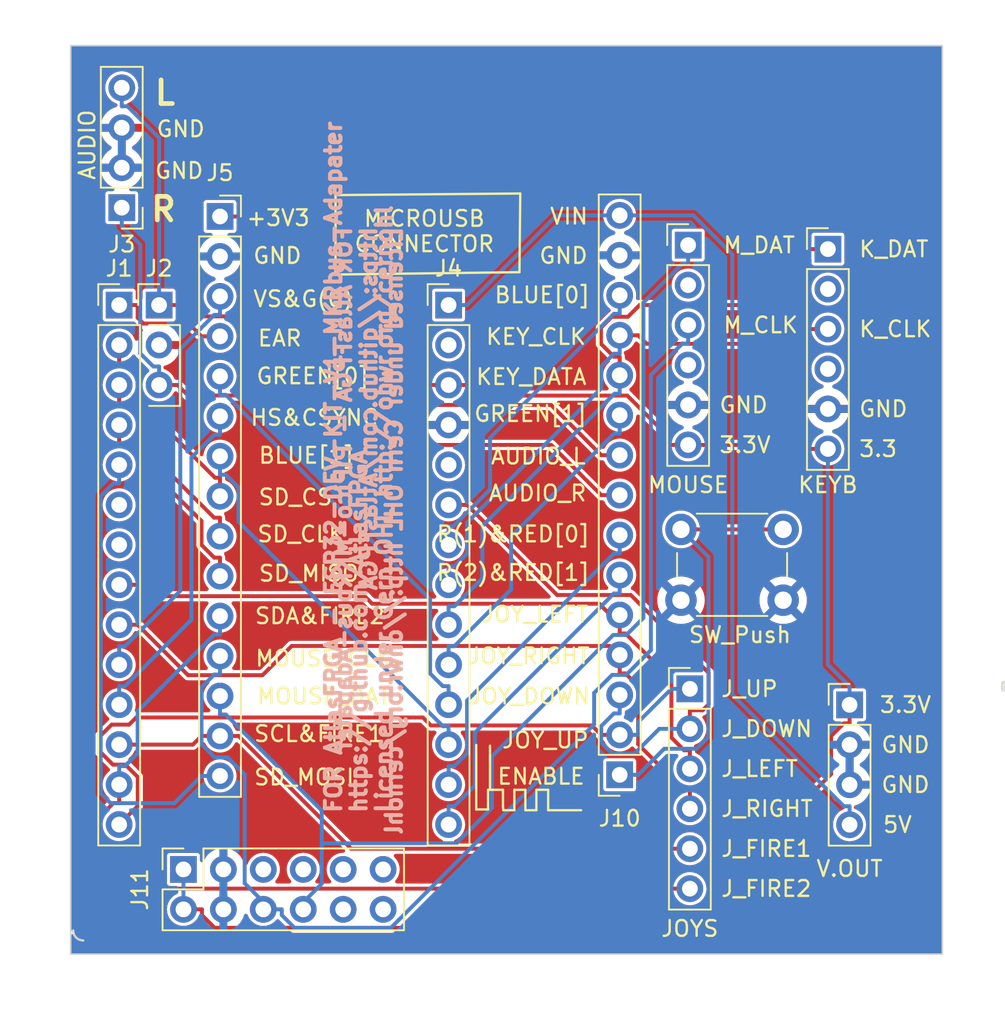
<source format=kicad_pcb>
(kicad_pcb (version 20211014) (generator pcbnew)
  (title_block (title "Atlas ESP32 DEV KIT V1 Adapter V0011") (date "2023-06-05") (rev "0011") (company "The Experiment Group") (comment 1 "LICENSE OHL CERN V2 S") (comment 2 "https://ohwr.org/cern_ohl_s_v2.txt"))
  (layers (0 "F.Cu" signal) (31 "B.Cu" signal) (34 "B.Paste" user) (35 "F.Paste" user) (36 "B.SilkS" user "B.Silkscreen") (37 "F.SilkS" user "F.Silkscreen") (38 "B.Mask" user) (39 "F.Mask" user) (44 "Edge.Cuts" user))
  (net 0 "")
  (net 1 "R12_SD_CS")
  (net 2 "T13_SD_CLK")
  (net 3 "R13_SD_MISO")
  (net 4 "T14_SD_MOSI")
  (net 5 "P14_SD_DATA1")
  (net 6 "R14_SD_DATA2")
  (net 7 "T15_JOY_LEFT")
  (net 8 "N16_JOY_RIGHT")
  (net 9 "TMDSC_P")
  (net 10 "TMDSC_N")
  (net 11 "K15_JOY_FIRE1")
  (net 12 "K16_JOY_FIRE2")
  (net 13 "J14_JOY_UP")
  (net 14 "GND")
  (net 15 "R11_RIGHT")
  (net 16 "+5V")
  (net 17 "VIN")
  (net 18 "+3.3V")
  (net 19 "RESET")
  (net 20 "R1_JOY_DOWN")
  (net 21 "TMDS_0_N")
  (net 22 "L2_KCLK")
  (net 23 "K2_KDAT")
  (net 24 "TMDS_1_P")
  (net 25 "TMDS_1_N")
  (net 26 "TMDS_0_P")
  (net 27 "TMDS_2_N")
  (net 28 "TMDS_2_P")
  (net 29 "MOUSE_DAT")
  (net 31 "MOUSE_CLK")
  (net 35 "Net-(J10-Pad1)")
  (net 42 "EAR")
  (net 43 "T12_LEFT")
  (footprint "Connector_PinHeader_2.54mm:PinHeader_1x06_P2.54mm_Vertical" (layer "F.Cu") (at 179.07 87.884)
    (fp_text reference "J8")
    (fp_text value "Conn_01x06" hide)
    (fp_text user "K_DAT" (at 1.905 0 unlocked) (layer "F.SilkS") (effects (justify left)))
    (fp_text user "K_CLK" (at 1.905 5.08 unlocked) (layer "F.SilkS") (effects (justify left)))
    (fp_text user "GND" (at 1.905 10.16 unlocked) (layer "F.SilkS") (effects (justify left)))
    (fp_text user "3.3" (at 1.905 12.7 unlocked) (layer "F.SilkS") (effects (justify left)))
    (pad "1" thru_hole rect (at 0 0) (size 1.7 1.7) (drill 1) (layers *.Cu *.Mask) (net 23 "K2_KDAT"))
    (pad "2" thru_hole oval (at 0 2.54) (size 1.7 1.7) (drill 1) (layers *.Cu *.Mask))
    (pad "3" thru_hole oval (at 0 5.08) (size 1.7 1.7) (drill 1) (layers *.Cu *.Mask) (net 22 "L2_KCLK"))
    (pad "4" thru_hole oval (at 0 7.62) (size 1.7 1.7) (drill 1) (layers *.Cu *.Mask))
    (pad "5" thru_hole oval (at 0 10.16) (size 1.7 1.7) (drill 1) (layers *.Cu *.Mask) (net 14 "GND"))
    (pad "6" thru_hole oval (at 0 12.7) (size 1.7 1.7) (drill 1) (layers *.Cu *.Mask) (net 18 "+3.3V"))
  )
  (footprint "Connector_PinHeader_2.54mm:PinHeader_1x14_P2.54mm_Vertical" (layer "F.Cu") (at 133.985 91.44)
    (fp_text reference "J1" (at 0 -2.33) (layer "F.SilkS"))
    (fp_text value "Conn_01x14" hide)
    (pad "1" thru_hole rect locked (at 0 0) (size 1.7 1.7) (drill 1) (layers *.Cu *.Mask) (net 42 "EAR"))
    (pad "2" thru_hole oval locked (at 0 2.54) (size 1.7 1.7) (drill 1) (layers *.Cu *.Mask) (net 1 "R12_SD_CS"))
    (pad "3" thru_hole oval locked (at 0 5.08) (size 1.7 1.7) (drill 1) (layers *.Cu *.Mask) (net 2 "T13_SD_CLK"))
    (pad "4" thru_hole oval locked (at 0 7.62) (size 1.7 1.7) (drill 1) (layers *.Cu *.Mask) (net 3 "R13_SD_MISO"))
    (pad "5" thru_hole oval locked (at 0 10.16) (size 1.7 1.7) (drill 1) (layers *.Cu *.Mask) (net 4 "T14_SD_MOSI"))
    (pad "6" thru_hole oval locked (at 0 12.7) (size 1.7 1.7) (drill 1) (layers *.Cu *.Mask) (net 5 "P14_SD_DATA1"))
    (pad "7" thru_hole oval locked (at 0 15.24) (size 1.7 1.7) (drill 1) (layers *.Cu *.Mask) (net 6 "R14_SD_DATA2"))
    (pad "8" thru_hole oval locked (at 0 17.78) (size 1.7 1.7) (drill 1) (layers *.Cu *.Mask) (net 7 "T15_JOY_LEFT"))
    (pad "9" thru_hole oval locked (at 0 20.32) (size 1.7 1.7) (drill 1) (layers *.Cu *.Mask) (net 8 "N16_JOY_RIGHT"))
    (pad "10" thru_hole oval locked (at 0 22.86) (size 1.7 1.7) (drill 1) (layers *.Cu *.Mask) (net 9 "TMDSC_P"))
    (pad "11" thru_hole oval locked (at 0 25.4) (size 1.7 1.7) (drill 1) (layers *.Cu *.Mask) (net 10 "TMDSC_N"))
    (pad "12" thru_hole oval locked (at 0 27.94) (size 1.7 1.7) (drill 1) (layers *.Cu *.Mask) (net 11 "K15_JOY_FIRE1"))
    (pad "13" thru_hole oval locked (at 0 30.48) (size 1.7 1.7) (drill 1) (layers *.Cu *.Mask) (net 12 "K16_JOY_FIRE2"))
    (pad "14" thru_hole oval locked (at 0 33.02) (size 1.7 1.7) (drill 1) (layers *.Cu *.Mask) (net 13 "J14_JOY_UP"))
  )
  (footprint "Connector_PinHeader_2.54mm:PinHeader_1x14_P2.54mm_Vertical" (layer "F.Cu") (at 154.94 91.44)
    (fp_text reference "J4" (at 0 -2.33) (layer "F.SilkS"))
    (fp_text value "Conn_01x14")
    (pad "1" thru_hole rect locked (at 0 0) (size 1.7 1.7) (drill 1) (layers *.Cu *.Mask) (net 16 "+5V"))
    (pad "2" thru_hole oval locked (at 0 2.54) (size 1.7 1.7) (drill 1) (layers *.Cu *.Mask) (net 17 "VIN"))
    (pad "3" thru_hole oval locked (at 0 5.08) (size 1.7 1.7) (drill 1) (layers *.Cu *.Mask) (net 18 "+3.3V"))
    (pad "4" thru_hole oval locked (at 0 7.62) (size 1.7 1.7) (drill 1) (layers *.Cu *.Mask) (net 14 "GND"))
    (pad "5" thru_hole oval locked (at 0 10.16) (size 1.7 1.7) (drill 1) (layers *.Cu *.Mask) (net 19 "RESET"))
    (pad "6" thru_hole oval locked (at 0 12.7) (size 1.7 1.7) (drill 1) (layers *.Cu *.Mask) (net 20 "R1_JOY_DOWN"))
    (pad "7" thru_hole oval locked (at 0 15.24) (size 1.7 1.7) (drill 1) (layers *.Cu *.Mask) (net 21 "TMDS_0_N"))
    (pad "8" thru_hole oval locked (at 0 17.78) (size 1.7 1.7) (drill 1) (layers *.Cu *.Mask) (net 22 "L2_KCLK"))
    (pad "9" thru_hole oval locked (at 0 20.32) (size 1.7 1.7) (drill 1) (layers *.Cu *.Mask) (net 23 "K2_KDAT"))
    (pad "10" thru_hole oval locked (at 0 22.86) (size 1.7 1.7) (drill 1) (layers *.Cu *.Mask) (net 24 "TMDS_1_P"))
    (pad "11" thru_hole oval locked (at 0 25.4) (size 1.7 1.7) (drill 1) (layers *.Cu *.Mask) (net 25 "TMDS_1_N"))
    (pad "12" thru_hole oval locked (at 0 27.94) (size 1.7 1.7) (drill 1) (layers *.Cu *.Mask) (net 26 "TMDS_0_P"))
    (pad "13" thru_hole oval locked (at 0 30.48) (size 1.7 1.7) (drill 1) (layers *.Cu *.Mask) (net 27 "TMDS_2_N"))
    (pad "14" thru_hole oval locked (at 0 33.02) (size 1.7 1.7) (drill 1) (layers *.Cu *.Mask) (net 28 "TMDS_2_P"))
  )
  (footprint "Connector_PinHeader_2.54mm:PinHeader_1x04_P2.54mm_Vertical" (layer "F.Cu") (at 134.15 85.25 180)
    (fp_text reference "J3" (at 0 -2.33) (layer "F.SilkS"))
    (fp_text value "Conn_01x04")
    (pad "1" thru_hole rect (at 0 0 180) (size 1.7 1.7) (drill 1) (layers *.Cu *.Mask) (net 15 "R11_RIGHT"))
    (pad "2" thru_hole oval (at 0 2.54 180) (size 1.7 1.7) (drill 1) (layers *.Cu *.Mask) (net 14 "GND"))
    (pad "3" thru_hole oval (at 0 5.08 180) (size 1.7 1.7) (drill 1) (layers *.Cu *.Mask) (net 14 "GND"))
    (pad "4" thru_hole oval (at 0 7.62 180) (size 1.7 1.7) (drill 1) (layers *.Cu *.Mask) (net 43 "T12_LEFT"))
  )
  (footprint "Connector_PinHeader_2.54mm:PinHeader_1x06_P2.54mm_Vertical" (layer "F.Cu") (at 170.29 115.834)
    (fp_text reference "J9")
    (fp_text value "Conn_01x06" hide)
    (fp_text user "J_DOWN" (at 1.905 2.54 unlocked) (layer "F.SilkS") (effects (justify left)))
    (fp_text user "J_RIGHT" (at 1.905 7.62 unlocked) (layer "F.SilkS") (effects (justify left)))
    (fp_text user "J_FIRE2" (at 1.905 12.7 unlocked) (layer "F.SilkS") (effects (justify left)))
    (fp_text user "J_FIRE1" (at 1.905 10.16 unlocked) (layer "F.SilkS") (effects (justify left)))
    (fp_text user "J_LEFT" (at 1.905 5.08 unlocked) (layer "F.SilkS") (effects (justify left)))
    (fp_text user "J_UP" (at 1.905 0 unlocked) (layer "F.SilkS") (effects (justify left)))
    (pad "1" thru_hole rect (at 0 0) (size 1.7 1.7) (drill 1) (layers *.Cu *.Mask) (net 13 "J14_JOY_UP"))
    (pad "2" thru_hole oval (at 0 2.54) (size 1.7 1.7) (drill 1) (layers *.Cu *.Mask) (net 20 "R1_JOY_DOWN"))
    (pad "3" thru_hole oval (at 0 5.08) (size 1.7 1.7) (drill 1) (layers *.Cu *.Mask) (net 7 "T15_JOY_LEFT"))
    (pad "4" thru_hole oval (at 0 7.62) (size 1.7 1.7) (drill 1) (layers *.Cu *.Mask) (net 8 "N16_JOY_RIGHT"))
    (pad "5" thru_hole oval (at 0 10.16) (size 1.7 1.7) (drill 1) (layers *.Cu *.Mask) (net 11 "K15_JOY_FIRE1"))
    (pad "6" thru_hole oval (at 0 12.7) (size 1.7 1.7) (drill 1) (layers *.Cu *.Mask) (net 12 "K16_JOY_FIRE2"))
  )
  (footprint "Connector_PinSocket_2.54mm:PinSocket_1x15_P2.54mm_Vertical" (layer "F.Cu") (at 165.825 121.3 180)
    (fp_text reference "J10" (at 0 -2.77) (layer "F.SilkS"))
    (fp_text value "ESP32-a")
    (pad "1" thru_hole rect (at 0 0 180) (size 1.7 1.7) (drill 1) (layers *.Cu *.Mask) (net 35 "Net-(J10-Pad1)"))
    (pad "2" thru_hole oval (at 0 2.54 180) (size 1.7 1.7) (drill 1) (layers *.Cu *.Mask) (net 13 "J14_JOY_UP"))
    (pad "3" thru_hole oval (at 0 5.08 180) (size 1.7 1.7) (drill 1) (layers *.Cu *.Mask) (net 20 "R1_JOY_DOWN"))
    (pad "4" thru_hole oval (at 0 7.62 180) (size 1.7 1.7) (drill 1) (layers *.Cu *.Mask) (net 8 "N16_JOY_RIGHT"))
    (pad "5" thru_hole oval (at 0 10.16 180) (size 1.7 1.7) (drill 1) (layers *.Cu *.Mask) (net 7 "T15_JOY_LEFT"))
    (pad "6" thru_hole oval (at 0 12.7 180) (size 1.7 1.7) (drill 1) (layers *.Cu *.Mask) (net 28 "TMDS_2_P"))
    (pad "7" thru_hole oval (at 0 15.24 180) (size 1.7 1.7) (drill 1) (layers *.Cu *.Mask) (net 27 "TMDS_2_N"))
    (pad "8" thru_hole oval (at 0 17.78 180) (size 1.7 1.7) (drill 1) (layers *.Cu *.Mask) (net 15 "R11_RIGHT"))
    (pad "9" thru_hole oval (at 0 20.32 180) (size 1.7 1.7) (drill 1) (layers *.Cu *.Mask) (net 43 "T12_LEFT"))
    (pad "10" thru_hole oval (at 0 22.86 180) (size 1.7 1.7) (drill 1) (layers *.Cu *.Mask) (net 24 "TMDS_1_P"))
    (pad "11" thru_hole oval (at 0 25.4 180) (size 1.7 1.7) (drill 1) (layers *.Cu *.Mask) (net 23 "K2_KDAT"))
    (pad "12" thru_hole oval (at 0 27.94 180) (size 1.7 1.7) (drill 1) (layers *.Cu *.Mask) (net 22 "L2_KCLK"))
    (pad "13" thru_hole oval (at 0 30.48 180) (size 1.7 1.7) (drill 1) (layers *.Cu *.Mask) (net 21 "TMDS_0_N"))
    (pad "14" thru_hole oval (at 0 33.02 180) (size 1.7 1.7) (drill 1) (layers *.Cu *.Mask) (net 14 "GND"))
    (pad "15" thru_hole oval (at 0 35.56 180) (size 1.7 1.7) (drill 1) (layers *.Cu *.Mask) (net 16 "+5V"))
  )
  (footprint "Connector_PinHeader_2.54mm:PinHeader_1x03_P2.54mm_Vertical" (layer "F.Cu") (at 136.525 91.44)
    (fp_text reference "J2" (at 0 -2.33) (layer "F.SilkS"))
    (fp_text value "Conn_01x03" hide)
    (pad "1" thru_hole rect (at 0 0) (size 1.7 1.7) (drill 1) (layers *.Cu *.Mask) (net 43 "T12_LEFT"))
    (pad "2" thru_hole oval (at 0 2.54) (size 1.7 1.7) (drill 1) (layers *.Cu *.Mask) (net 14 "GND"))
    (pad "3" thru_hole oval (at 0 5.08) (size 1.7 1.7) (drill 1) (layers *.Cu *.Mask) (net 15 "R11_RIGHT"))
  )
  (footprint "Connector_PinSocket_2.54mm:PinSocket_1x15_P2.54mm_Vertical" (layer "F.Cu") (at 140.4 85.81)
    (fp_text reference "J5" (at 0 -2.77) (layer "F.SilkS"))
    (fp_text value "ESP32-b")
    (pad "1" thru_hole rect (at 0 0) (size 1.7 1.7) (drill 1) (layers *.Cu *.Mask) (net 18 "+3.3V"))
    (pad "2" thru_hole oval (at 0 2.54) (size 1.7 1.7) (drill 1) (layers *.Cu *.Mask) (net 14 "GND"))
    (pad "3" thru_hole oval (at 0 5.08) (size 1.7 1.7) (drill 1) (layers *.Cu *.Mask) (net 9 "TMDSC_P"))
    (pad "4" thru_hole oval (at 0 7.62) (size 1.7 1.7) (drill 1) (layers *.Cu *.Mask) (net 42 "EAR"))
    (pad "5" thru_hole oval (at 0 10.16) (size 1.7 1.7) (drill 1) (layers *.Cu *.Mask) (net 25 "TMDS_1_N"))
    (pad "6" thru_hole oval (at 0 12.7) (size 1.7 1.7) (drill 1) (layers *.Cu *.Mask) (net 10 "TMDSC_N"))
    (pad "7" thru_hole oval (at 0 15.24) (size 1.7 1.7) (drill 1) (layers *.Cu *.Mask) (net 26 "TMDS_0_P"))
    (pad "8" thru_hole oval (at 0 17.78) (size 1.7 1.7) (drill 1) (layers *.Cu *.Mask) (net 1 "R12_SD_CS"))
    (pad "9" thru_hole oval (at 0 20.32) (size 1.7 1.7) (drill 1) (layers *.Cu *.Mask) (net 2 "T13_SD_CLK"))
    (pad "10" thru_hole oval (at 0 22.86) (size 1.7 1.7) (drill 1) (layers *.Cu *.Mask) (net 3 "R13_SD_MISO"))
    (pad "11" thru_hole oval (at 0 25.4) (size 1.7 1.7) (drill 1) (layers *.Cu *.Mask) (net 12 "K16_JOY_FIRE2"))
    (pad "12" thru_hole oval (at 0 27.94) (size 1.7 1.7) (drill 1) (layers *.Cu *.Mask) (net 31 "MOUSE_CLK"))
    (pad "13" thru_hole oval (at 0 30.48) (size 1.7 1.7) (drill 1) (layers *.Cu *.Mask) (net 29 "MOUSE_DAT"))
    (pad "14" thru_hole oval (at 0 33.02) (size 1.7 1.7) (drill 1) (layers *.Cu *.Mask) (net 11 "K15_JOY_FIRE1"))
    (pad "15" thru_hole oval (at 0 35.56) (size 1.7 1.7) (drill 1) (layers *.Cu *.Mask) (net 4 "T14_SD_MOSI"))
  )
  (footprint "Button_Switch_THT:SW_PUSH_6mm" (layer "F.Cu") (at 169.724 105.7)
    (fp_text reference "SW1")
    (fp_text value "SW_Push" (at 3.75 6.7) (layer "F.SilkS"))
    (pad "1" thru_hole circle locked (at 6.5 0 90) (size 2 2) (drill 1.1) (layers *.Cu *.Mask) (net 35 "Net-(J10-Pad1)"))
    (pad "1" thru_hole circle locked (at 0 0 90) (size 2 2) (drill 1.1) (layers *.Cu *.Mask) (net 35 "Net-(J10-Pad1)"))
    (pad "2" thru_hole circle locked (at 0 4.5 90) (size 2 2) (drill 1.1) (layers *.Cu *.Mask) (net 14 "GND"))
    (pad "2" thru_hole circle locked (at 6.5 4.5 90) (size 2 2) (drill 1.1) (layers *.Cu *.Mask) (net 14 "GND"))
  )
  (footprint "Connector_PinHeader_2.54mm:PinHeader_1x04_P2.54mm_Vertical" (layer "F.Cu") (at 180.45 116.85)
    (fp_text reference "J7")
    (fp_text value "Conn_01x04" hide)
    (fp_text user "GND" (at 3.556 2.54 unlocked) (layer "F.SilkS"))
    (fp_text user "GND" (at 3.556 5.08 unlocked) (layer "F.SilkS"))
    (fp_text user "3.3V" (at 3.556 0 unlocked) (layer "F.SilkS"))
    (fp_text user "5V" (at 3.048 7.62 unlocked) (layer "F.SilkS"))
    (pad "1" thru_hole rect (at 0 0) (size 1.7 1.7) (drill 1) (layers *.Cu *.Mask) (net 18 "+3.3V"))
    (pad "2" thru_hole oval (at 0 2.54) (size 1.7 1.7) (drill 1) (layers *.Cu *.Mask) (net 14 "GND"))
    (pad "3" thru_hole oval (at 0 5.08) (size 1.7 1.7) (drill 1) (layers *.Cu *.Mask) (net 14 "GND"))
    (pad "4" thru_hole oval (at 0 7.62) (size 1.7 1.7) (drill 1) (layers *.Cu *.Mask) (net 16 "+5V"))
  )
  (footprint "Connector_PinSocket_2.54mm:PinSocket_2x06_P2.54mm_Vertical" (layer "F.Cu") (at 138.075 127.31 90)
    (fp_text reference "J11" (at -1.27 -2.77 90) (layer "F.SilkS"))
    (fp_text value "Conn_02x06_Odd_Even")
    (pad "1" thru_hole rect (at 0 0 90) (size 1.7 1.7) (drill 1) (layers *.Cu *.Mask) (net 18 "+3.3V"))
    (pad "2" thru_hole oval (at -2.54 0 90) (size 1.7 1.7) (drill 1) (layers *.Cu *.Mask) (net 18 "+3.3V"))
    (pad "3" thru_hole oval (at 0 2.54 90) (size 1.7 1.7) (drill 1) (layers *.Cu *.Mask) (net 14 "GND"))
    (pad "4" thru_hole oval (at -2.54 2.54 90) (size 1.7 1.7) (drill 1) (layers *.Cu *.Mask) (net 14 "GND"))
    (pad "5" thru_hole oval (at 0 5.08 90) (size 1.7 1.7) (drill 1) (layers *.Cu *.Mask))
    (pad "6" thru_hole oval (at -2.54 5.08 90) (size 1.7 1.7) (drill 1) (layers *.Cu *.Mask) (net 31 "MOUSE_CLK"))
    (pad "7" thru_hole oval (at 0 7.62 90) (size 1.7 1.7) (drill 1) (layers *.Cu *.Mask))
    (pad "8" thru_hole oval (at -2.54 7.62 90) (size 1.7 1.7) (drill 1) (layers *.Cu *.Mask) (net 29 "MOUSE_DAT"))
    (pad "9" thru_hole oval (at 0 10.16 90) (size 1.7 1.7) (drill 1) (layers *.Cu *.Mask))
    (pad "10" thru_hole oval (at -2.54 10.16 90) (size 1.7 1.7) (drill 1) (layers *.Cu *.Mask))
    (pad "11" thru_hole oval (at 0 12.7 90) (size 1.7 1.7) (drill 1) (layers *.Cu *.Mask))
    (pad "12" thru_hole oval (at -2.54 12.7 90) (size 1.7 1.7) (drill 1) (layers *.Cu *.Mask))
  )
  (footprint "Connector_PinHeader_2.54mm:PinHeader_1x06_P2.54mm_Vertical" (layer "F.Cu") (at 170.18 87.63)
    (fp_text reference "J6")
    (fp_text value "Conn_01x06" hide)
    (fp_text user "M_DAT" (at 2.159 0 unlocked) (layer "F.SilkS") (effects (justify left)))
    (fp_text user "M_CLK" (at 2.159 5.08 unlocked) (layer "F.SilkS") (effects (justify left)))
    (fp_text user "3.3V" (at 1.905 12.7 unlocked) (layer "F.SilkS") (effects (justify left)))
    (fp_text user "GND" (at 1.905 10.16 unlocked) (layer "F.SilkS") (effects (justify left)))
    (pad "1" thru_hole rect (at 0 0) (size 1.7 1.7) (drill 1) (layers *.Cu *.Mask) (net 29 "MOUSE_DAT"))
    (pad "2" thru_hole oval (at 0 2.54) (size 1.7 1.7) (drill 1) (layers *.Cu *.Mask))
    (pad "3" thru_hole oval (at 0 5.08) (size 1.7 1.7) (drill 1) (layers *.Cu *.Mask) (net 31 "MOUSE_CLK"))
    (pad "4" thru_hole oval (at 0 7.62) (size 1.7 1.7) (drill 1) (layers *.Cu *.Mask))
    (pad "5" thru_hole oval (at 0 10.16) (size 1.7 1.7) (drill 1) (layers *.Cu *.Mask) (net 14 "GND"))
    (pad "6" thru_hole oval (at 0 12.7) (size 1.7 1.7) (drill 1) (layers *.Cu *.Mask) (net 18 "+3.3V"))
  )
  (gr_line (start 157.45 122.25) (end 158.4 122.25) (layer "F.SilkS") (width 0.15))
  (gr_line (start 159.825 122.25) (end 159.825 123.55) (layer "F.SilkS") (width 0.15))
  (gr_line (start 161.275 123.55) (end 163.375 123.55) (layer "F.SilkS") (width 0.15))
  (gr_line (start 160.525 122.25) (end 161.275 122.25) (layer "F.SilkS") (width 0.15))
  (gr_line (start 156.7 119.4) (end 156.7 123.5) (layer "F.SilkS") (width 0.15))
  (gr_line (start 159.825 123.55) (end 160.525 123.55) (layer "F.SilkS") (width 0.15))
  (gr_line (start 160.525 123.55) (end 160.525 122.25) (layer "F.SilkS") (width 0.15))
  (gr_line (start 158.4 122.25) (end 158.4 123.3) (layer "F.SilkS") (width 0.15))
  (gr_line (start 158.4 123.3) (end 158.425 123.55) (layer "F.SilkS") (width 0.15))
  (gr_line (start 157.575 119.45) (end 157.575 122.25) (layer "F.SilkS") (width 0.15))
  (gr_line (start 156.7 123.5) (end 157.45 123.5) (layer "F.SilkS") (width 0.15))
  (gr_line (start 161.275 122.25) (end 161.275 123.55) (layer "F.SilkS") (width 0.15))
  (gr_line (start 158.425 123.55) (end 159.125 123.55) (layer "F.SilkS") (width 0.15))
  (gr_line (start 159.125 123.55) (end 159.125 122.25) (layer "F.SilkS") (width 0.15))
  (gr_line (start 159.5 84.35) (end 147.75 84.45) (layer "F.SilkS") (width 0.15))
  (gr_line (start 159.125 122.25) (end 159.825 122.25) (layer "F.SilkS") (width 0.15))
  (gr_line (start 157.45 123.5) (end 157.45 122.25) (layer "F.SilkS") (width 0.15))
  (gr_line (start 147.75 89.5) (end 159.45 89.35) (layer "F.SilkS") (width 0.15))
  (gr_line (start 159.45 89.35) (end 159.5 84.35) (layer "F.SilkS") (width 0.15))
  (gr_line (start 147.75 84.45) (end 147.75 89.5) (layer "F.SilkS") (width 0.15))
  (gr_rect (start 190.3 115.95) (end 190.15 115.4) (layer "Edge.Cuts") (width 0.1) (fill none))
  (gr_rect (start 130.9 74.95) (end 186.35 132.7) (layer "Edge.Cuts") (width 0.1) (fill none))
  (gr_arc (start 131.699 131.826) (mid 131.249987 131.640013) (end 131.064 131.191) (layer "Edge.Cuts") (width 0.15))
  (gr_text "FOR AtlasFPGA - PiPico-MKRbus-Adapater\nhttps://github.com/AtlasFPGA\nLicensed under Cern OHL http://ohwr.org/cernohl" (at 149.86 86.36 90) (layer "B.SilkS") (effects (font (size 1 1) (thickness 0.25)) (justify left mirror)))
  (gr_text "FOR AtlasFPGA - ESP32-DEV-KIT-V1-MKRbus-Adapater\nhttps://github.com/AtlasFPGA\nLicensed under Cern OHL http://ohwr.org/cernohl" (at 149.225 123.825 90) (layer "B.SilkS") (effects (font (size 1 1) (thickness 0.25)) (justify left)))
  (gr_text "AUDIO_R" (at 160.6 103.4) (layer "F.SilkS") (effects (font (size 1 1))))
  (gr_text "GND\n" (at 137.9 80.25) (layer "F.SilkS") (effects (font (size 1 1))))
  (gr_text "MOUSE_CLK\n" (at 147 113.9) (layer "F.SilkS") (effects (font (size 1 1))))
  (gr_text "EAR\n" (at 144.2 93.55) (layer "F.SilkS") (effects (font (size 1 1))))
  (gr_text "JOYS" (at 170.29 131.074) (layer "F.SilkS") (effects (font (size 1 1))))
  (gr_text "KEY_DATA\n" (at 160.2 96) (layer "F.SilkS") (effects (font (size 1 1))))
  (gr_text "R(1)&RED[0]" (at 159.05 106) (layer "F.SilkS") (effects (font (size 1 1))))
  (gr_text "KEYB" (at 179.07 102.87) (layer "F.SilkS") (effects (font (size 1 1))))
  (gr_text "BLUE[1]" (at 145.9 101) (layer "F.SilkS") (effects (font (size 1 1))))
  (gr_text "L" (at 136.9 77.95) (layer "F.SilkS") (effects (font (size 1.5 1.5) (thickness 0.3))))
  (gr_text "SCL&FIRE1\n\n" (at 146.675 119.5) (layer "F.SilkS") (effects (font (size 1 1))))
  (gr_text "JOY_UP" (at 161.1 119.1) (layer "F.SilkS") (effects (font (size 1 1))))
  (gr_text "JOY_DOWN" (at 160.1 116.3) (layer "F.SilkS") (effects (font (size 1 1))))
  (gr_text "R" (at 136.8 85.35) (layer "F.SilkS") (effects (font (size 1.5 1.5) (thickness 0.3))))
  (gr_text "SD_MISO\n" (at 146.05 108.5) (layer "F.SilkS") (effects (font (size 1 1))))
  (gr_text "AUDIO_L\n" (at 160.65 101.05) (layer "F.SilkS") (effects (font (size 1 1))))
  (gr_text "AUDIO" (at 131.95 81.25 90) (layer "F.SilkS") (effects (font (size 1 1))))
  (gr_text "ENABLE" (at 160.825 121.4) (layer "F.SilkS") (effects (font (size 1 1))))
  (gr_text "SDA&FIRE2" (at 146.75 111.2) (layer "F.SilkS") (effects (font (size 1 1))))
  (gr_text "KEY_CLK\n" (at 160.5 93.45) (layer "F.SilkS") (effects (font (size 1 1))))
  (gr_text "V.OUT" (at 180.45 127.264) (layer "F.SilkS") (effects (font (size 1 1))))
  (gr_text "MICROUSB\nCONNECTOR\n" (at 153.4 86.75) (layer "F.SilkS") (effects (font (size 1 1))))
  (gr_text "+3V3" (at 144.1 85.9) (layer "F.SilkS") (effects (font (size 1 1))))
  (gr_text "SD_CS" (at 145.2 103.65) (layer "F.SilkS") (effects (font (size 1 1))))
  (gr_text "MOUSE_DAT" (at 147 116.3) (layer "F.SilkS") (effects (font (size 1 1))))
  (gr_text "GREEN[0]" (at 146.3 95.95) (layer "F.SilkS") (effects (font (size 1 1))))
  (gr_text "JOY_LEFT" (at 160.45 111.1) (layer "F.SilkS") (effects (font (size 1 1))))
  (gr_text "BLUE[0]" (at 160.9 90.8) (layer "F.SilkS") (effects (font (size 1 1))))
  (gr_text "JOY_RIGHT" (at 160.05 113.75) (layer "F.SilkS") (effects (font (size 1 1))))
  (gr_text "GND\n" (at 162.25 88.3) (layer "F.SilkS") (effects (font (size 1 1))))
  (gr_text "VS&G(0)" (at 145.7 91.05) (layer "F.SilkS") (effects (font (size 1 1))))
  (gr_text "MOUSE" (at 170.18 102.87) (layer "F.SilkS") (effects (font (size 1 1))))
  (gr_text "R(2)&RED[1]" (at 159.05 108.45) (layer "F.SilkS") (effects (font (size 1 1))))
  (gr_text "VIN" (at 162.6 85.8) (layer "F.SilkS") (effects (font (size 1 1))))
  (gr_text "GND\n" (at 144.05 88.3) (layer "F.SilkS") (effects (font (size 1 1))))
  (gr_text "GND\n" (at 137.8 82.9) (layer "F.SilkS") (effects (font (size 1 1))))
  (gr_text "SD_MOSI\n" (at 145.75 121.45) (layer "F.SilkS") (effects (font (size 1 1))))
  (gr_text "SD_CLK\n" (at 145.55 106) (layer "F.SilkS") (effects (font (size 1 1))))
  (gr_text "GREEN[1]" (at 160.15 98.35) (layer "F.SilkS") (effects (font (size 1 1))))
  (gr_text "HS&CSYNC\n\n" (at 146.4 99.4) (layer "F.SilkS") (effects (font (size 1 1))))
  (segment (start 140.081 102.4147) (end 135.1603 97.494) (width 0.25) (layer "F.Cu") (net 1))
  (segment (start 140.4 102.4147) (end 140.081 102.4147) (width 0.25) (layer "F.Cu") (net 1))
  (segment (start 135.1603 97.494) (end 135.1603 95.9632) (width 0.25) (layer "F.Cu") (net 1))
  (segment (start 140.4 103.59) (end 140.4 102.4147) (width 0.25) (layer "F.Cu") (net 1))
  (segment (start 133.985 93.98) (end 133.985 95.1553) (width 0.25) (layer "F.Cu") (net 1))
  (segment (start 134.3524 95.1553) (end 133.985 95.1553) (width 0.25) (layer "F.Cu") (net 1))
  (segment (start 135.1603 95.9632) (end 134.3524 95.1553) (width 0.25) (layer "F.Cu") (net 1))
  (segment (start 136.655 100.064) (end 134.2863 97.6953) (width 0.25) (layer "F.Cu") (net 2))
  (segment (start 134.2863 97.6953) (end 133.985 97.6953) (width 0.25) (layer "F.Cu") (net 2))
  (segment (start 140.4 106.13) (end 140.4 104.9547) (width 0.25) (layer "F.Cu") (net 2))
  (segment (start 140.0236 104.9547) (end 136.655 101.5861) (width 0.25) (layer "F.Cu") (net 2))
  (segment (start 133.985 96.52) (end 133.985 97.6953) (width 0.25) (layer "F.Cu") (net 2))
  (segment (start 140.4 104.9547) (end 140.0236 104.9547) (width 0.25) (layer "F.Cu") (net 2))
  (segment (start 136.655 101.5861) (end 136.655 100.064) (width 0.25) (layer "F.Cu") (net 2))
  (segment (start 140.4 107.4947) (end 140.0326 107.4947) (width 0.25) (layer "F.Cu") (net 3))
  (segment (start 139.2247 106.6868) (end 139.2247 105.1737) (width 0.25) (layer "F.Cu") (net 3))
  (segment (start 139.2247 105.1737) (end 134.2863 100.2353) (width 0.25) (layer "F.Cu") (net 3))
  (segment (start 140.0326 107.4947) (end 139.2247 106.6868) (width 0.25) (layer "F.Cu") (net 3))
  (segment (start 140.4 108.67) (end 140.4 107.4947) (width 0.25) (layer "F.Cu") (net 3))
  (segment (start 134.2863 100.2353) (end 133.985 100.2353) (width 0.25) (layer "F.Cu") (net 3))
  (segment (start 133.985 99.06) (end 133.985 100.2353) (width 0.25) (layer "F.Cu") (net 3))
  (segment (start 133.985 101.6) (end 133.985 102.7753) (width 0.25) (layer "B.Cu") (net 4))
  (segment (start 132.8097 103.5832) (end 133.6176 102.7753) (width 0.25) (layer "B.Cu") (net 4))
  (segment (start 132.8097 122.4688) (end 132.8097 103.5832) (width 0.25) (layer "B.Cu") (net 4))
  (segment (start 140.4 121.37) (end 139.2247 121.37) (width 0.25) (layer "B.Cu") (net 4))
  (segment (start 133.6176 102.7753) (end 133.985 102.7753) (width 0.25) (layer "B.Cu") (net 4))
  (segment (start 137.4949 123.0998) (end 133.4407 123.0998) (width 0.25) (layer "B.Cu") (net 4))
  (segment (start 139.2247 121.37) (end 137.4949 123.0998) (width 0.25) (layer "B.Cu") (net 4))
  (segment (start 133.4407 123.0998) (end 132.8097 122.4688) (width 0.25) (layer "B.Cu") (net 4))
  (segment (start 164.5215 110.4241) (end 165.825 111.7276) (width 0.25) (layer "F.Cu") (net 7))
  (segment (start 169.9226 119.7387) (end 170.29 119.7387) (width 0.25) (layer "F.Cu") (net 7))
  (segment (start 166.1924 112.3153) (end 169.1147 115.2376) (width 0.25) (layer "F.Cu") (net 7))
  (segment (start 165.825 111.14) (end 165.825 111.7276) (width 0.25) (layer "F.Cu") (net 7))
  (segment (start 165.825 111.7276) (end 165.825 112.3153) (width 0.25) (layer "F.Cu") (net 7))
  (segment (start 169.1147 115.2376) (end 169.1147 118.9308) (width 0.25) (layer "F.Cu") (net 7))
  (segment (start 150.0808 110.4241) (end 164.5215 110.4241) (width 0.25) (layer "F.Cu") (net 7))
  (segment (start 165.825 112.3153) (end 166.1924 112.3153) (width 0.25) (layer "F.Cu") (net 7))
  (segment (start 169.1147 118.9308) (end 169.9226 119.7387) (width 0.25) (layer "F.Cu") (net 7))
  (segment (start 135.8862 109.9459) (end 149.6026 109.9459) (width 0.25) (layer "F.Cu") (net 7))
  (segment (start 149.6026 109.9459) (end 150.0808 110.4241) (width 0.25) (layer "F.Cu") (net 7))
  (segment (start 133.985 109.22) (end 135.1603 109.22) (width 0.25) (layer "F.Cu") (net 7))
  (segment (start 170.29 120.914) (end 170.29 119.7387) (width 0.25) (layer "F.Cu") (net 7))
  (segment (start 135.1603 109.22) (end 135.8862 109.9459) (width 0.25) (layer "F.Cu") (net 7))
  (segment (start 133.985 111.76) (end 135.1603 111.76) (width 0.25) (layer "F.Cu") (net 8))
  (segment (start 169.9227 122.2787) (end 170.29 122.2787) (width 0.25) (layer "F.Cu") (net 8))
  (segment (start 165.825 113.8322) (end 165.825 114.8553) (width 0.25) (layer "F.Cu") (net 8))
  (segment (start 165.825 114.8553) (end 166.1924 114.8553) (width 0.25) (layer "F.Cu") (net 8))
  (segment (start 167.0003 115.6632) (end 167.0003 119.3563) (width 0.25) (layer "F.Cu") (net 8))
  (segment (start 166.1924 114.8553) (end 167.0003 115.6632) (width 0.25) (layer "F.Cu") (net 8))
  (segment (start 144.9618 113.1079) (end 143.1046 114.9651) (width 0.25) (layer "F.Cu") (net 8))
  (segment (start 165.1738 113.1079) (end 144.9618 113.1079) (width 0.25) (layer "F.Cu") (net 8))
  (segment (start 143.1046 114.9651) (end 138.3654 114.9651) (width 0.25) (layer "F.Cu") (net 8))
  (segment (start 170.29 123.454) (end 170.29 122.2787) (width 0.25) (layer "F.Cu") (net 8))
  (segment (start 165.825 113.8322) (end 165.825 113.7591) (width 0.25) (layer "F.Cu") (net 8))
  (segment (start 138.3654 114.9651) (end 135.1603 111.76) (width 0.25) (layer "F.Cu") (net 8))
  (segment (start 165.825 113.7591) (end 165.1738 113.1079) (width 0.25) (layer "F.Cu") (net 8))
  (segment (start 167.0003 119.3563) (end 169.9227 122.2787) (width 0.25) (layer "F.Cu") (net 8))
  (segment (start 165.825 113.68) (end 165.825 113.7591) (width 0.25) (layer "F.Cu") (net 8))
  (segment (start 140.4 92.0653) (end 140.0327 92.0653) (width 0.25) (layer "B.Cu") (net 9))
  (segment (start 140.0327 92.0653) (end 137.8738 94.2242) (width 0.25) (layer "B.Cu") (net 9))
  (segment (start 134.3523 113.1247) (end 133.985 113.1247) (width 0.25) (layer "B.Cu") (net 9))
  (segment (start 140.4 90.89) (end 140.4 92.0653) (width 0.25) (layer "B.Cu") (net 9))
  (segment (start 137.8738 94.2242) (end 137.8738 109.6032) (width 0.25) (layer "B.Cu") (net 9))
  (segment (start 137.8738 109.6032) (end 134.3523 113.1247) (width 0.25) (layer "B.Cu") (net 9))
  (segment (start 133.985 114.3) (end 133.985 113.1247) (width 0.25) (layer "B.Cu") (net 9))
  (segment (start 140.4 99.6853) (end 140.0326 99.6853) (width 0.25) (layer "B.Cu") (net 10))
  (segment (start 133.985 116.84) (end 133.985 115.6647) (width 0.25) (layer "B.Cu") (net 10))
  (segment (start 140.4 98.51) (end 140.4 99.6853) (width 0.25) (layer "B.Cu") (net 10))
  (segment (start 140.0326 99.6853) (end 138.5832 101.1347) (width 0.25) (layer "B.Cu") (net 10))
  (segment (start 134.3523 115.6647) (end 133.985 115.6647) (width 0.25) (layer "B.Cu") (net 10))
  (segment (start 138.5832 111.4338) (end 134.3523 115.6647) (width 0.25) (layer "B.Cu") (net 10))
  (segment (start 138.5832 101.1347) (end 138.5832 111.4338) (width 0.25) (layer "B.Cu") (net 10))
  (segment (start 141.5753 118.83) (end 148.7393 125.994) (width 0.25) (layer "F.Cu") (net 11))
  (segment (start 139.2247 118.83) (end 138.6747 119.38) (width 0.25) (layer "F.Cu") (net 11))
  (segment (start 140.4 118.83) (end 141.5753 118.83) (width 0.25) (layer "F.Cu") (net 11))
  (segment (start 148.7393 125.994) (end 170.29 125.994) (width 0.25) (layer "F.Cu") (net 11))
  (segment (start 138.6747 119.38) (end 133.985 119.38) (width 0.25) (layer "F.Cu") (net 11))
  (segment (start 139.8124 118.83) (end 140.4 118.83) (width 0.25) (layer "F.Cu") (net 11))
  (segment (start 139.8124 118.83) (end 139.2247 118.83) (width 0.25) (layer "F.Cu") (net 11))
  (segment (start 133.985 121.92) (end 133.985 123.0953) (width 0.25) (layer "F.Cu") (net 12))
  (segment (start 133.6176 123.0953) (end 133.985 123.0953) (width 0.25) (layer "F.Cu") (net 12))
  (segment (start 136.39 128.534) (end 132.8097 124.9537) (width 0.25) (layer "F.Cu") (net 12))
  (segment (start 170.29 128.534) (end 136.39 128.534) (width 0.25) (layer "F.Cu") (net 12))
  (segment (start 132.8097 124.9537) (end 132.8097 123.9032) (width 0.25) (layer "F.Cu") (net 12))
  (segment (start 132.8097 123.9032) (end 133.6176 123.0953) (width 0.25) (layer "F.Cu") (net 12))
  (segment (start 135.1603 117.2577) (end 135.1603 119.9368) (width 0.25) (layer "B.Cu") (net 12))
  (segment (start 140.4 112.3853) (end 140.0327 112.3853) (width 0.25) (layer "B.Cu") (net 12))
  (segment (start 140.4 111.21) (end 140.4 112.3853) (width 0.25) (layer "B.Cu") (net 12))
  (segment (start 135.1603 119.9368) (end 134.3524 120.7447) (width 0.25) (layer "B.Cu") (net 12))
  (segment (start 140.0327 112.3853) (end 135.1603 117.2577) (width 0.25) (layer "B.Cu") (net 12))
  (segment (start 134.3524 120.7447) (end 133.985 120.7447) (width 0.25) (layer "B.Cu") (net 12))
  (segment (start 133.985 121.92) (end 133.985 120.7447) (width 0.25) (layer "B.Cu") (net 12))
  (segment (start 135.1676 123.2774) (end 133.985 124.46) (width 0.25) (layer "F.Cu") (net 13))
  (segment (start 153.3091 117.6545) (end 135.0707 117.6545) (width 0.25) (layer "F.Cu") (net 13))
  (segment (start 135.1676 121.4388) (end 135.1676 123.2774) (width 0.25) (layer "F.Cu") (net 13))
  (segment (start 133.5059 118.11) (end 132.7641 118.8518) (width 0.25) (layer "F.Cu") (net 13))
  (segment (start 153.8162 118.1616) (end 153.3091 117.6545) (width 0.25) (layer "F.Cu") (net 13))
  (segment (start 134.6152 118.11) (end 133.5059 118.11) (width 0.25) (layer "F.Cu") (net 13))
  (segment (start 135.0707 117.6545) (end 134.6152 118.11) (width 0.25) (layer "F.Cu") (net 13))
  (segment (start 132.7641 118.8518) (end 132.7641 119.8255) (width 0.25) (layer "F.Cu") (net 13))
  (segment (start 133.5886 120.65) (end 134.3788 120.65) (width 0.25) (layer "F.Cu") (net 13))
  (segment (start 132.7641 119.8255) (end 133.5886 120.65) (width 0.25) (layer "F.Cu") (net 13))
  (segment (start 165.825 118.76) (end 164.6497 118.76) (width 0.25) (layer "F.Cu") (net 13))
  (segment (start 134.3788 120.65) (end 135.1676 121.4388) (width 0.25) (layer "F.Cu") (net 13))
  (segment (start 164.6497 118.76) (end 164.0513 118.1616) (width 0.25) (layer "F.Cu") (net 13))
  (segment (start 164.0513 118.1616) (end 153.8162 118.1616) (width 0.25) (layer "F.Cu") (net 13))
  (segment (start 167.0003 117.9484) (end 169.1147 115.834) (width 0.25) (layer "B.Cu") (net 13))
  (segment (start 167.0003 118.76) (end 167.0003 117.9484) (width 0.25) (layer "B.Cu") (net 13))
  (segment (start 170.29 115.834) (end 169.1147 115.834) (width 0.25) (layer "B.Cu") (net 13))
  (segment (start 165.825 118.76) (end 167.0003 118.76) (width 0.25) (layer "B.Cu") (net 13))
  (segment (start 142.4808 97.1884) (end 138.3687 97.1884) (width 0.25) (layer "F.Cu") (net 15))
  (segment (start 138.3687 97.1884) (end 137.7003 96.52) (width 0.25) (layer "F.Cu") (net 15))
  (segment (start 145.6224 100.33) (end 142.4808 97.1884) (width 0.25) (layer "F.Cu") (net 15))
  (segment (start 164.6497 103.52) (end 161.4597 100.33) (width 0.25) (layer "F.Cu") (net 15))
  (segment (start 136.525 96.52) (end 137.7003 96.52) (width 0.25) (layer "F.Cu") (net 15))
  (segment (start 165.825 103.52) (end 164.6497 103.52) (width 0.25) (layer "F.Cu") (net 15))
  (segment (start 161.4597 100.33) (end 145.6224 100.33) (width 0.25) (layer "F.Cu") (net 15))
  (segment (start 136.1576 95.3447) (end 135.3253 94.5124) (width 0.25) (layer "B.Cu") (net 15))
  (segment (start 136.525 96.52) (end 136.525 95.3447) (width 0.25) (layer "B.Cu") (net 15))
  (segment (start 136.525 95.3447) (end 136.1576 95.3447) (width 0.25) (layer "B.Cu") (net 15))
  (segment (start 134.15 85.25) (end 134.15 86.4253) (width 0.25) (layer "B.Cu") (net 15))
  (segment (start 135.3253 94.5124) (end 135.3253 87.6006) (width 0.25) (layer "B.Cu") (net 15))
  (segment (start 135.3253 87.6006) (end 134.15 86.4253) (width 0.25) (layer "B.Cu") (net 15))
  (segment (start 172.9902 88.2172) (end 170.513 85.74) (width 0.25) (layer "B.Cu") (net 16))
  (segment (start 180.0827 123.2947) (end 172.9902 116.2022) (width 0.25) (layer "B.Cu") (net 16))
  (segment (start 180.45 123.2947) (end 180.0827 123.2947) (width 0.25) (layer "B.Cu") (net 16))
  (segment (start 170.513 85.74) (end 165.825 85.74) (width 0.25) (layer "B.Cu") (net 16))
  (segment (start 165.825 85.74) (end 161.8153 85.74) (width 0.25) (layer "B.Cu") (net 16))
  (segment (start 180.45 124.47) (end 180.45 123.2947) (width 0.25) (layer "B.Cu") (net 16))
  (segment (start 172.9902 116.2022) (end 172.9902 88.2172) (width 0.25) (layer "B.Cu") (net 16))
  (segment (start 161.8153 85.74) (end 156.1153 91.44) (width 0.25) (layer "B.Cu") (net 16))
  (segment (start 154.94 91.44) (end 156.1153 91.44) (width 0.25) (layer "B.Cu") (net 16))
  (segment (start 170.18 100.33) (end 169.0047 100.33) (width 0.25) (layer "F.Cu") (net 18))
  (segment (start 180.45 116.85) (end 180.45 118.0253) (width 0.25) (layer "F.Cu") (net 18))
  (segment (start 179.2747 121.2561) (end 169.5055 131.0253) (width 0.25) (layer "F.Cu") (net 18))
  (segment (start 139.2503 130.2174) (end 139.2503 129.85) (width 0.25) (layer "F.Cu") (net 18))
  (segment (start 177.6407 100.33) (end 177.8947 100.584) (width 0.25) (layer "F.Cu") (net 18))
  (segment (start 154.94 96.52) (end 156.1153 96.52) (width 0.25) (layer "F.Cu") (net 18))
  (segment (start 141.5753 85.81) (end 152.2853 96.52) (width 0.25) (layer "F.Cu") (net 18))
  (segment (start 169.0047 99.8893) (end 169.0047 100.33) (width 0.25) (layer "F.Cu") (net 18))
  (segment (start 156.1153 96.52) (end 156.7887 97.1934) (width 0.25) (layer "F.Cu") (net 18))
  (segment (start 179.2747 118.8332) (end 179.2747 121.2561) (width 0.25) (layer "F.Cu") (net 18))
  (segment (start 140.4 85.81) (end 141.5753 85.81) (width 0.25) (layer "F.Cu") (net 18))
  (segment (start 138.075 129.85) (end 139.2503 129.85) (width 0.25) (layer "F.Cu") (net 18))
  (segment (start 180.0826 118.0253) (end 179.2747 118.8332) (width 0.25) (layer "F.Cu") (net 18))
  (segment (start 170.18 100.33) (end 177.6407 100.33) (width 0.25) (layer "F.Cu") (net 18))
  (segment (start 152.2853 96.52) (end 154.94 96.52) (width 0.25) (layer "F.Cu") (net 18))
  (segment (start 169.5055 131.0253) (end 140.0582 131.0253) (width 0.25) (layer "F.Cu") (net 18))
  (segment (start 180.45 118.0253) (end 180.0826 118.0253) (width 0.25) (layer "F.Cu") (net 18))
  (segment (start 140.0582 131.0253) (end 139.2503 130.2174) (width 0.25) (layer "F.Cu") (net 18))
  (segment (start 179.07 100.584) (end 177.8947 100.584) (width 0.25) (layer "F.Cu") (net 18))
  (segment (start 156.7887 97.1934) (end 166.3088 97.1934) (width 0.25) (layer "F.Cu") (net 18))
  (segment (start 166.3088 97.1934) (end 169.0047 99.8893) (width 0.25) (layer "F.Cu") (net 18))
  (segment (start 138.075 129.85) (end 138.075 127.31) (width 0.25) (layer "B.Cu") (net 18))
  (segment (start 180.45 116.85) (end 180.45 115.6747) (width 0.25) (layer "B.Cu") (net 18))
  (segment (start 179.07 114.2947) (end 179.07 100.584) (width 0.25) (layer "B.Cu") (net 18))
  (segment (start 180.45 115.6747) (end 179.07 114.2947) (width 0.25) (layer "B.Cu") (net 18))
  (segment (start 170.29 117.1987) (end 171.098 117.1987) (width 0.25) (layer "F.Cu") (net 20))
  (segment (start 171.098 117.1987) (end 171.4883 116.8084) (width 0.25) (layer "F.Cu") (net 20))
  (segment (start 166.5325 109.87) (end 161.8453 109.87) (width 0.25) (layer "F.Cu") (net 20))
  (segment (start 154.94 104.14) (end 156.1153 104.14) (width 0.25) (layer "F.Cu") (net 20))
  (segment (start 161.8453 109.87) (end 156.1153 104.14) (width 0.25) (layer "F.Cu") (net 20))
  (segment (start 170.29 118.374) (end 170.29 117.1987) (width 0.25) (layer "F.Cu") (net 20))
  (segment (start 171.4883 116.8084) (end 171.4883 114.8258) (width 0.25) (layer "F.Cu") (net 20))
  (segment (start 171.4883 114.8258) (end 166.5325 109.87) (width 0.25) (layer "F.Cu") (net 20))
  (segment (start 165.825 116.22) (end 165.825 117.3953) (width 0.25) (layer "B.Cu") (net 20))
  (segment (start 165.3527 119.9532) (end 166.7645 119.9532) (width 0.25) (layer "B.Cu") (net 20))
  (segment (start 164.6496 118.2034) (end 164.6496 119.2501) (width 0.25) (layer "B.Cu") (net 20))
  (segment (start 165.825 117.3953) (end 165.4577 117.3953) (width 0.25) (layer "B.Cu") (net 20))
  (segment (start 164.6496 119.2501) (end 165.3527 119.9532) (width 0.25) (layer "B.Cu") (net 20))
  (segment (start 165.4577 117.3953) (end 164.6496 118.2034) (width 0.25) (layer "B.Cu") (net 20))
  (segment (start 168.3437 118.374) (end 170.29 118.374) (width 0.25) (layer "B.Cu") (net 20))
  (segment (start 166.7645 119.9532) (end 168.3437 118.374) (width 0.25) (layer "B.Cu") (net 20))
  (segment (start 154.94 106.68) (end 154.94 105.5047) (width 0.25) (layer "B.Cu") (net 21))
  (segment (start 157.578 99.875) (end 157.578 103.1658) (width 0.25) (layer "B.Cu") (net 21))
  (segment (start 165.825 90.82) (end 165.825 91.9953) (width 0.25) (layer "B.Cu") (net 21))
  (segment (start 165.4577 91.9953) (end 157.578 99.875) (width 0.25) (layer "B.Cu") (net 21))
  (segment (start 155.2391 105.5047) (end 154.94 105.5047) (width 0.25) (layer "B.Cu") (net 21))
  (segment (start 157.578 103.1658) (end 155.2391 105.5047) (width 0.25) (layer "B.Cu") (net 21))
  (segment (start 165.825 91.9953) (end 165.4577 91.9953) (width 0.25) (layer "B.Cu") (net 21))
  (segment (start 179.07 92.964) (end 177.8947 92.964) (width 0.25) (layer "F.Cu") (net 22))
  (segment (start 167.0003 93.36) (end 167.5427 93.9024) (width 0.25) (layer "F.Cu") (net 22))
  (segment (start 176.9563 93.9024) (end 177.8947 92.964) (width 0.25) (layer "F.Cu") (net 22))
  (segment (start 167.5427 93.9024) (end 176.9563 93.9024) (width 0.25) (layer "F.Cu") (net 22))
  (segment (start 165.825 93.36) (end 167.0003 93.36) (width 0.25) (layer "F.Cu") (net 22))
  (segment (start 165.825 93.36) (end 165.825 94.5353) (width 0.25) (layer "B.Cu") (net 22))
  (segment (start 164.6497 96.7324) (end 156.1153 105.2668) (width 0.25) (layer "B.Cu") (net 22))
  (segment (start 155.3074 108.0447) (end 154.94 108.0447) (width 0.25) (layer "B.Cu") (net 22))
  (segment (start 156.1153 105.2668) (end 156.1153 107.2368) (width 0.25) (layer "B.Cu") (net 22))
  (segment (start 156.1153 107.2368) (end 155.3074 108.0447) (width 0.25) (layer "B.Cu") (net 22))
  (segment (start 165.825 94.5353) (end 165.4576 94.5353) (width 0.25) (layer "B.Cu") (net 22))
  (segment (start 164.6497 95.3432) (end 164.6497 96.7324) (width 0.25) (layer "B.Cu") (net 22))
  (segment (start 165.4576 94.5353) (end 164.6497 95.3432) (width 0.25) (layer "B.Cu") (net 22))
  (segment (start 154.94 109.22) (end 154.94 108.0447) (width 0.25) (layer "B.Cu") (net 22))
  (segment (start 165.33 92.1846) (end 166.3504 92.1846) (width 0.25) (layer "F.Cu") (net 23))
  (segment (start 164.6343 92.8803) (end 165.33 92.1846) (width 0.25) (layer "F.Cu") (net 23))
  (segment (start 164.6343 93.9013) (end 164.6343 92.8803) (width 0.25) (layer "F.Cu") (net 23))
  (segment (start 165.825 94.7247) (end 165.4577 94.7247) (width 0.25) (layer "F.Cu") (net 23))
  (segment (start 166.3504 92.1846) (end 167.095 91.44) (width 0.25) (layer "F.Cu") (net 23))
  (segment (start 165.825 95.9) (end 165.825 94.7247) (width 0.25) (layer "F.Cu") (net 23))
  (segment (start 167.095 91.44) (end 174.3387 91.44) (width 0.25) (layer "F.Cu") (net 23))
  (segment (start 165.4577 94.7247) (end 164.6343 93.9013) (width 0.25) (layer "F.Cu") (net 23))
  (segment (start 174.3387 91.44) (end 177.8947 87.884) (width 0.25) (layer "F.Cu") (net 23))
  (segment (start 179.07 87.884) (end 177.8947 87.884) (width 0.25) (layer "F.Cu") (net 23))
  (segment (start 157.0889 108.8031) (end 157.0889 105.482) (width 0.25) (layer "B.Cu") (net 23))
  (segment (start 165.4956 97.0753) (end 165.825 97.0753) (width 0.25) (layer "B.Cu") (net 23))
  (segment (start 154.94 110.5847) (end 155.3073 110.5847) (width 0.25) (layer "B.Cu") (net 23))
  (segment (start 157.0889 105.482) (end 165.4956 97.0753) (width 0.25) (layer "B.Cu") (net 23))
  (segment (start 154.94 111.76) (end 154.94 110.5847) (width 0.25) (layer "B.Cu") (net 23))
  (segment (start 155.3073 110.5847) (end 157.0889 108.8031) (width 0.25) (layer "B.Cu") (net 23))
  (segment (start 165.825 95.9) (end 165.825 97.0753) (width 0.25) (layer "B.Cu") (net 23))
  (segment (start 165.4577 99.6153) (end 158.9186 106.1544) (width 0.25) (layer "B.Cu") (net 24))
  (segment (start 154.94 114.3) (end 154.94 113.1247) (width 0.25) (layer "B.Cu") (net 24))
  (segment (start 155.3073 113.1247) (end 154.94 113.1247) (width 0.25) (layer "B.Cu") (net 24))
  (segment (start 165.825 99.6153) (end 165.4577 99.6153) (width 0.25) (layer "B.Cu") (net 24))
  (segment (start 158.9186 109.5134) (end 155.3073 113.1247) (width 0.25) (layer "B.Cu") (net 24))
  (segment (start 158.9186 106.1544) (end 158.9186 109.5134) (width 0.25) (layer "B.Cu") (net 24))
  (segment (start 165.825 98.44) (end 165.825 99.6153) (width 0.25) (layer "B.Cu") (net 24))
  (segment (start 153.7647 114.8568) (end 154.5726 115.6647) (width 0.25) (layer "B.Cu") (net 25))
  (segment (start 140.4 95.97) (end 140.4 97.1453) (width 0.25) (layer "B.Cu") (net 25))
  (segment (start 153.7647 110.1426) (end 153.7647 114.8568) (width 0.25) (layer "B.Cu") (net 25))
  (segment (start 140.7674 97.1453) (end 153.7647 110.1426) (width 0.25) (layer "B.Cu") (net 25))
  (segment (start 154.94 116.84) (end 154.94 115.6647) (width 0.25) (layer "B.Cu") (net 25))
  (segment (start 154.5726 115.6647) (end 154.94 115.6647) (width 0.25) (layer "B.Cu") (net 25))
  (segment (start 140.4 97.1453) (end 140.7674 97.1453) (width 0.25) (layer "B.Cu") (net 25))
  (segment (start 140.7674 102.2253) (end 141.5753 103.0332) (width 0.25) (layer "B.Cu") (net 26))
  (segment (start 154.5727 118.2047) (end 154.94 118.2047) (width 0.25) (layer "B.Cu") (net 26))
  (segment (start 141.5753 103.0332) (end 141.5753 105.2073) (width 0.25) (layer "B.Cu") (net 26))
  (segment (start 141.5753 105.2073) (end 154.5727 118.2047) (width 0.25) (layer "B.Cu") (net 26))
  (segment (start 154.94 119.38) (end 154.94 118.2047) (width 0.25) (layer "B.Cu") (net 26))
  (segment (start 140.4 102.2253) (end 140.7674 102.2253) (width 0.25) (layer "B.Cu") (net 26))
  (segment (start 140.4 101.05) (end 140.4 102.2253) (width 0.25) (layer "B.Cu") (net 26))
  (segment (start 154.94 121.92) (end 154.94 120.7447) (width 0.25) (layer "B.Cu") (net 27))
  (segment (start 165.825 106.06) (end 165.825 107.2353) (width 0.25) (layer "B.Cu") (net 27))
  (segment (start 156.1153 116.5777) (end 156.1153 119.9368) (width 0.25) (layer "B.Cu") (net 27))
  (segment (start 165.4577 107.2353) (end 156.1153 116.5777) (width 0.25) (layer "B.Cu") (net 27))
  (segment (start 155.3074 120.7447) (end 154.94 120.7447) (width 0.25) (layer "B.Cu") (net 27))
  (segment (start 156.1153 119.9368) (end 155.3074 120.7447) (width 0.25) (layer "B.Cu") (net 27))
  (segment (start 165.825 107.2353) (end 165.4577 107.2353) (width 0.25) (layer "B.Cu") (net 27))
  (segment (start 154.94 124.46) (end 154.94 123.2847) (width 0.25) (layer "B.Cu") (net 28))
  (segment (start 165.825 108.6) (end 165.825 109.7753) (width 0.25) (layer "B.Cu") (net 28))
  (segment (start 165.4577 109.7753) (end 156.6164 118.6166) (width 0.25) (layer "B.Cu") (net 28))
  (segment (start 165.825 109.7753) (end 165.4577 109.7753) (width 0.25) (layer "B.Cu") (net 28))
  (segment (start 155.3073 123.2847) (end 154.94 123.2847) (width 0.25) (layer "B.Cu") (net 28))
  (segment (start 156.6164 118.6166) (end 156.6164 121.9756) (width 0.25) (layer "B.Cu") (net 28))
  (segment (start 156.6164 121.9756) (end 155.3073 123.2847) (width 0.25) (layer "B.Cu") (net 28))
  (segment (start 166.2502 112.41) (end 167.3354 111.3248) (width 0.25) (layer "B.Cu") (net 29))
  (segment (start 167.3354 111.3248) (end 167.3354 91.2826) (width 0.25) (layer "B.Cu") (net 29))
  (segment (start 145.695 129.85) (end 145.695 129.3996) (width 0.25) (layer "B.Cu") (net 29))
  (segment (start 157.6995 123.3942) (end 157.6995 120.1241) (width 0.25) (layer "B.Cu") (net 29))
  (segment (start 146.8709 123.5689) (end 140.7673 117.4653) (width 0.25) (layer "B.Cu") (net 29))
  (segment (start 140.7673 117.4653) (end 140.4 117.4653) (width 0.25) (layer "B.Cu") (net 29))
  (segment (start 165.4136 112.41) (end 166.2502 112.41) (width 0.25) (layer "B.Cu") (net 29))
  (segment (start 146.8709 125.6517) (end 155.442 125.6517) (width 0.25) (layer "B.Cu") (net 29))
  (segment (start 146.8709 128.2237) (end 146.8709 125.6517) (width 0.25) (layer "B.Cu") (net 29))
  (segment (start 140.4 116.29) (end 140.4 117.4653) (width 0.25) (layer "B.Cu") (net 29))
  (segment (start 167.3354 91.2826) (end 169.8127 88.8053) (width 0.25) (layer "B.Cu") (net 29))
  (segment (start 145.695 129.3996) (end 146.8709 128.2237) (width 0.25) (layer "B.Cu") (net 29))
  (segment (start 169.8127 88.8053) (end 170.18 88.8053) (width 0.25) (layer "B.Cu") (net 29))
  (segment (start 155.442 125.6517) (end 157.6995 123.3942) (width 0.25) (layer "B.Cu") (net 29))
  (segment (start 157.6995 120.1241) (end 165.4136 112.41) (width 0.25) (layer "B.Cu") (net 29))
  (segment (start 146.8709 125.6517) (end 146.8709 123.5689) (width 0.25) (layer "B.Cu") (net 29))
  (segment (start 170.18 87.63) (end 170.18 88.8053) (width 0.25) (layer "B.Cu") (net 29))
  (segment (start 170.18 92.71) (end 170.18 93.8853) (width 0.25) (layer "B.Cu") (net 31))
  (segment (start 141.969 121.2765) (end 140.8767 120.1842) (width 0.25) (layer "B.Cu") (net 31))
  (segment (start 145.1382 131.0253) (end 144.3303 130.2174) (width 0.25) (layer "B.Cu") (net 31))
  (segment (start 143.6301 129.85) (end 141.969 128.1889) (width 0.25) (layer "B.Cu") (net 31))
  (segment (start 165.3432 114.95) (end 164.1992 116.094) (width 0.25) (layer "B.Cu") (net 31))
  (segment (start 164.1992 116.094) (end 164.1992 118.0964) (width 0.25) (layer "B.Cu") (net 31))
  (segment (start 167.811 113.3739) (end 166.2349 114.95) (width 0.25) (layer "B.Cu") (net 31))
  (segment (start 139.2247 119.3583) (end 139.2247 115.7332) (width 0.25) (layer "B.Cu") (net 31))
  (segment (start 143.6301 129.85) (end 144.3303 129.85) (width 0.25) (layer "B.Cu") (net 31))
  (segment (start 169.8127 93.8853) (end 167.811 95.887) (width 0.25) (layer "B.Cu") (net 31))
  (segment (start 167.811 95.887) (end 167.811 113.3739) (width 0.25) (layer "B.Cu") (net 31))
  (segment (start 170.18 93.8853) (end 169.8127 93.8853) (width 0.25) (layer "B.Cu") (net 31))
  (segment (start 164.1992 118.0964) (end 151.2703 131.0253) (width 0.25) (layer "B.Cu") (net 31))
  (segment (start 143.155 129.85) (end 143.6301 129.85) (width 0.25) (layer "B.Cu") (net 31))
  (segment (start 140.0506 120.1842) (end 139.2247 119.3583) (width 0.25) (layer "B.Cu") (net 31))
  (segment (start 144.3303 130.2174) (end 144.3303 129.85) (width 0.25) (layer "B.Cu") (net 31))
  (segment (start 151.2703 131.0253) (end 145.1382 131.0253) (width 0.25) (layer "B.Cu") (net 31))
  (segment (start 140.4 113.75) (end 140.4 114.9253) (width 0.25) (layer "B.Cu") (net 31))
  (segment (start 140.0326 114.9253) (end 140.4 114.9253) (width 0.25) (layer "B.Cu") (net 31))
  (segment (start 141.969 128.1889) (end 141.969 121.2765) (width 0.25) (layer "B.Cu") (net 31))
  (segment (start 139.2247 115.7332) (end 140.0326 114.9253) (width 0.25) (layer "B.Cu") (net 31))
  (segment (start 166.2349 114.95) (end 165.3432 114.95) (width 0.25) (layer "B.Cu") (net 31))
  (segment (start 140.8767 120.1842) (end 140.0506 120.1842) (width 0.25) (layer "B.Cu") (net 31))
  (segment (start 169.724 105.7) (end 176.224 105.7) (width 0.25) (layer "F.Cu") (net 35))
  (segment (start 165.825 121.3) (end 167.0003 121.3) (width 0.25) (layer "B.Cu") (net 35))
  (segment (start 171.4725 118.8898) (end 171.4725 107.4485) (width 0.25) (layer "B.Cu") (net 35))
  (segment (start 167.0003 121.3) (end 168.6563 119.644) (width 0.25) (layer "B.Cu") (net 35))
  (segment (start 171.4725 107.4485) (end 169.724 105.7) (width 0.25) (layer "B.Cu") (net 35))
  (segment (start 170.7183 119.644) (end 171.4725 118.8898) (width 0.25) (layer "B.Cu") (net 35))
  (segment (start 168.6563 119.644) (end 170.7183 119.644) (width 0.25) (layer "B.Cu") (net 35))
  (segment (start 138.41 92.6153) (end 135.5275 92.6153) (width 0.25) (layer "F.Cu") (net 42))
  (segment (start 140.4 93.43) (end 139.2247 93.43) (width 0.25) (layer "F.Cu") (net 42))
  (segment (start 135.5275 92.6153) (end 135.1603 92.2481) (width 0.25) (layer "F.Cu") (net 42))
  (segment (start 133.985 91.44) (end 135.1603 91.44) (width 0.25) (layer "F.Cu") (net 42))
  (segment (start 139.2247 93.43) (end 138.41 92.6153) (width 0.25) (layer "F.Cu") (net 42))
  (segment (start 135.1603 92.2481) (end 135.1603 91.44) (width 0.25) (layer "F.Cu") (net 42))
  (segment (start 143.2782 92.16) (end 148.9082 97.79) (width 0.25) (layer "F.Cu") (net 43))
  (segment (start 136.525 91.44) (end 137.7003 91.44) (width 0.25) (layer "F.Cu") (net 43))
  (segment (start 137.7003 91.44) (end 138.4203 92.16) (width 0.25) (layer "F.Cu") (net 43))
  (segment (start 165.825 100.98) (end 164.6497 100.98) (width 0.25) (layer "F.Cu") (net 43))
  (segment (start 148.9082 97.79) (end 161.4597 97.79) (width 0.25) (layer "F.Cu") (net 43))
  (segment (start 138.4203 92.16) (end 143.2782 92.16) (width 0.25) (layer "F.Cu") (net 43))
  (segment (start 161.4597 97.79) (end 164.6497 100.98) (width 0.25) (layer "F.Cu") (net 43))
  (segment (start 134.15 77.63) (end 134.15 78.8053) (width 0.25) (layer "B.Cu") (net 43))
  (segment (start 136.525 80.813) (end 134.5173 78.8053) (width 0.25) (layer "B.Cu") (net 43))
  (segment (start 134.5173 78.8053) (end 134.15 78.8053) (width 0.25) (layer "B.Cu") (net 43))
  (segment (start 136.525 91.44) (end 136.525 80.813) (width 0.25) (layer "B.Cu") (net 43))
  (zone (net 14) (net_name "GND") (layers F&B.Cu) (name "GND") (connect_pads (clearance 0)) (min_thickness 0.254) (fill yes (thermal_gap 0.508) (thermal_bridge_width 0.508) (smoothing fillet))
    (polygon (pts (xy 190.354509 72.550165) (xy 190.254509 135.750165) (xy 126.404509 135.500165) (xy 126.904509 72.050165)))
  )
)
</source>
